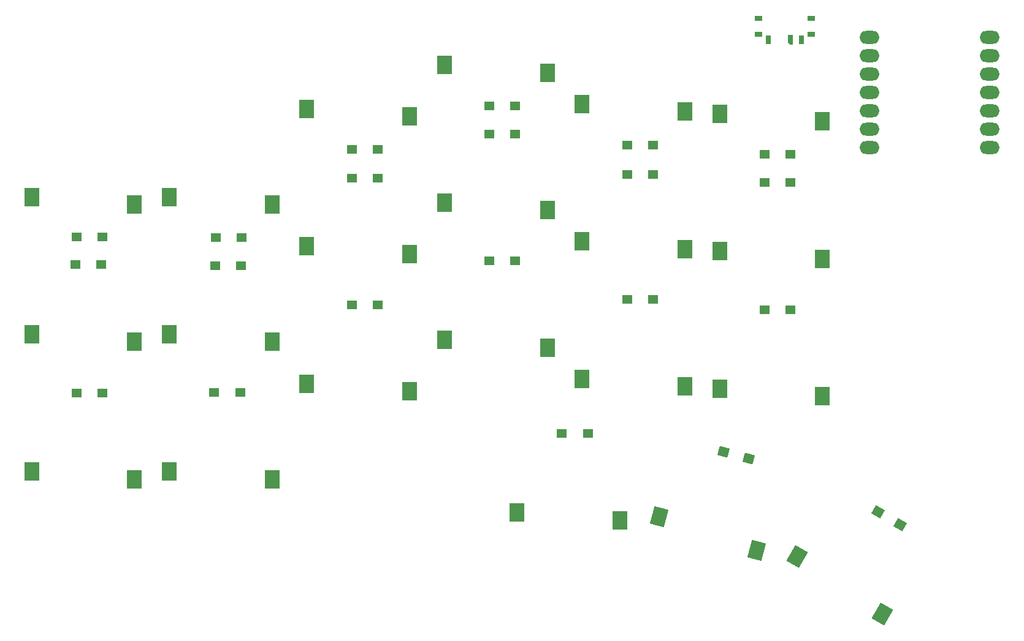
<source format=gbp>
%TF.GenerationSoftware,KiCad,Pcbnew,8.0.5*%
%TF.CreationDate,2024-10-07T05:57:04+03:00*%
%TF.ProjectId,pcb,7063622e-6b69-4636-9164-5f7063625858,rev?*%
%TF.SameCoordinates,Original*%
%TF.FileFunction,Paste,Bot*%
%TF.FilePolarity,Positive*%
%FSLAX46Y46*%
G04 Gerber Fmt 4.6, Leading zero omitted, Abs format (unit mm)*
G04 Created by KiCad (PCBNEW 8.0.5) date 2024-10-07 05:57:04*
%MOMM*%
%LPD*%
G01*
G04 APERTURE LIST*
G04 Aperture macros list*
%AMRotRect*
0 Rectangle, with rotation*
0 The origin of the aperture is its center*
0 $1 length*
0 $2 width*
0 $3 Rotation angle, in degrees counterclockwise*
0 Add horizontal line*
21,1,$1,$2,0,0,$3*%
%AMOutline5P*
0 Free polygon, 5 corners , with rotation*
0 The origin of the aperture is its center*
0 number of corners: always 5*
0 $1 to $10 corner X, Y*
0 $11 Rotation angle, in degrees counterclockwise*
0 create outline with 5 corners*
4,1,5,$1,$2,$3,$4,$5,$6,$7,$8,$9,$10,$1,$2,$11*%
%AMOutline6P*
0 Free polygon, 6 corners , with rotation*
0 The origin of the aperture is its center*
0 number of corners: always 6*
0 $1 to $12 corner X, Y*
0 $13 Rotation angle, in degrees counterclockwise*
0 create outline with 6 corners*
4,1,6,$1,$2,$3,$4,$5,$6,$7,$8,$9,$10,$11,$12,$1,$2,$13*%
%AMOutline7P*
0 Free polygon, 7 corners , with rotation*
0 The origin of the aperture is its center*
0 number of corners: always 7*
0 $1 to $14 corner X, Y*
0 $15 Rotation angle, in degrees counterclockwise*
0 create outline with 7 corners*
4,1,7,$1,$2,$3,$4,$5,$6,$7,$8,$9,$10,$11,$12,$13,$14,$1,$2,$15*%
%AMOutline8P*
0 Free polygon, 8 corners , with rotation*
0 The origin of the aperture is its center*
0 number of corners: always 8*
0 $1 to $16 corner X, Y*
0 $17 Rotation angle, in degrees counterclockwise*
0 create outline with 8 corners*
4,1,8,$1,$2,$3,$4,$5,$6,$7,$8,$9,$10,$11,$12,$13,$14,$15,$16,$1,$2,$17*%
G04 Aperture macros list end*
%ADD10O,2.750000X1.800000*%
%ADD11RotRect,2.000000X2.500000X330.000000*%
%ADD12R,2.000000X2.500000*%
%ADD13RotRect,2.000000X2.500000X345.000000*%
%ADD14RotRect,1.425000X1.300000X165.000000*%
%ADD15R,1.425000X1.300000*%
%ADD16RotRect,1.425000X1.300000X150.000000*%
%ADD17R,1.000000X0.800000*%
%ADD18R,0.700000X1.280000*%
%ADD19Outline5P,-0.350000X0.640000X0.350000X0.640000X0.350000X-0.640000X-0.070000X-0.640000X-0.350000X-0.360000X0.000000*%
G04 APERTURE END LIST*
D10*
X192205040Y-58696046D03*
X192205040Y-61236046D03*
X192205040Y-63776046D03*
X192205040Y-66316046D03*
X192205040Y-68856046D03*
X192205040Y-71396046D03*
X192205040Y-73936046D03*
X208794960Y-73936046D03*
X208794960Y-71396046D03*
X208794960Y-68856046D03*
X208794960Y-66316046D03*
X208794960Y-63776046D03*
X208794960Y-61236046D03*
X208794960Y-58696046D03*
D11*
X182199061Y-130489492D03*
X193971622Y-138498819D03*
D12*
X114500000Y-87640970D03*
X128700000Y-88690970D03*
D13*
X163191220Y-124992485D03*
X176635607Y-129681938D03*
D12*
X95500000Y-80790970D03*
X109700000Y-81840970D03*
X76500000Y-99790970D03*
X90700000Y-100840970D03*
X152500000Y-67940970D03*
X166700000Y-68990970D03*
X114500000Y-106640970D03*
X128700000Y-107690970D03*
X171500000Y-88315970D03*
X185700000Y-89365970D03*
X171500000Y-69315970D03*
X185700000Y-70365970D03*
X152500000Y-105940970D03*
X166700000Y-106990970D03*
X152500000Y-86940970D03*
X166700000Y-87990970D03*
X114500000Y-68640970D03*
X128700000Y-69690970D03*
X171500000Y-107315970D03*
X185700000Y-108365970D03*
X95500000Y-99790970D03*
X109700000Y-100840970D03*
X133500000Y-62565970D03*
X147700000Y-63615970D03*
X143500000Y-124440700D03*
X157700000Y-125490700D03*
X76500000Y-80790970D03*
X90700000Y-81840970D03*
X133500000Y-100565970D03*
X147700000Y-101615970D03*
X95500000Y-118790970D03*
X109700000Y-119840970D03*
X76500000Y-118790970D03*
X90700000Y-119840970D03*
X133500000Y-81565970D03*
X147700000Y-82615970D03*
D14*
X175526592Y-116962639D03*
X172073408Y-116037361D03*
D15*
X181287500Y-96400000D03*
X177712500Y-96400000D03*
D16*
X196448020Y-126093750D03*
X193351980Y-124306250D03*
D15*
X153287500Y-113500000D03*
X149712500Y-113500000D03*
X105487500Y-86400000D03*
X101912500Y-86400000D03*
X105419500Y-90297000D03*
X101844500Y-90297000D03*
X162287500Y-95000000D03*
X158712500Y-95000000D03*
X181287500Y-74900000D03*
X177712500Y-74900000D03*
X86115500Y-90170000D03*
X82540500Y-90170000D03*
X181287500Y-78800000D03*
X177712500Y-78800000D03*
X143287500Y-68200000D03*
X139712500Y-68200000D03*
X143287500Y-72100000D03*
X139712500Y-72100000D03*
X162287500Y-73600000D03*
X158712500Y-73600000D03*
X124287500Y-74200000D03*
X120712500Y-74200000D03*
X143287500Y-89600000D03*
X139712500Y-89600000D03*
X86287500Y-107900000D03*
X82712500Y-107900000D03*
X162287500Y-77700000D03*
X158712500Y-77700000D03*
D17*
X184150000Y-58300970D03*
X184150000Y-56080970D03*
X176850000Y-58300970D03*
X176850000Y-56080970D03*
D18*
X182750000Y-59060970D03*
D19*
X181250000Y-59060970D03*
D18*
X178250000Y-59060970D03*
D15*
X124287500Y-78200000D03*
X120712500Y-78200000D03*
X86287500Y-86360000D03*
X82712500Y-86360000D03*
X124287500Y-95700000D03*
X120712500Y-95700000D03*
X105287500Y-107800000D03*
X101712500Y-107800000D03*
M02*

</source>
